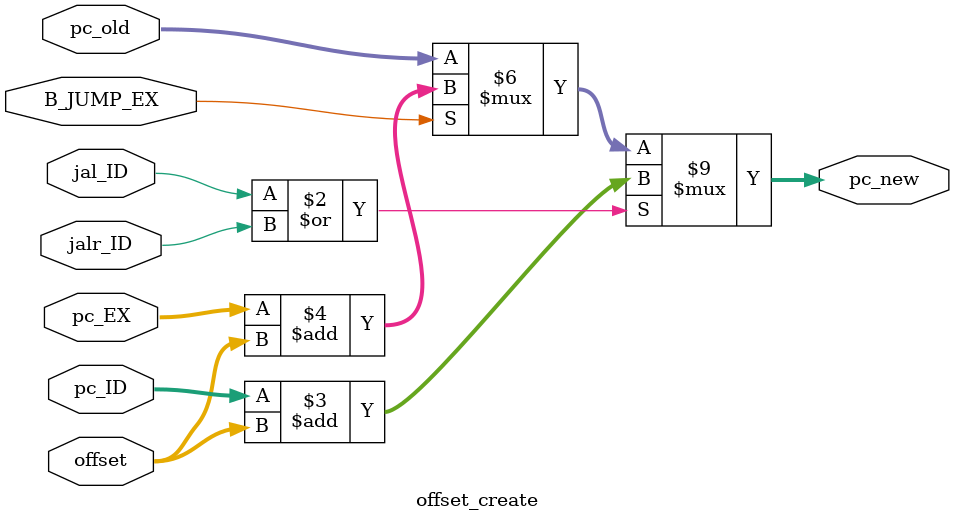
<source format=v>
`timescale 1ns / 1ps


module offset_create(
    pc_old,
    pc_ID,
    pc_EX,
    offset,
    jal_ID,
    jalr_ID,
    B_JUMP_EX,
    pc_new
    );

    input [31:0]pc_ID;
    input [31:0]pc_EX;
    input [31:0]pc_old;
    input [31:0]offset;
    input jal_ID;
    input jalr_ID;
    input B_JUMP_EX;
    output reg [31:0]pc_new;
    
    always@(*)begin
      if(jal_ID|jalr_ID) pc_new <= pc_ID + offset;
      else if(B_JUMP_EX) pc_new <= pc_EX + offset;
      else pc_new <= pc_old;
    end

    //assign control_pc = jal_ID|jalr_ID|B_JUMP_EX;


    
endmodule

</source>
